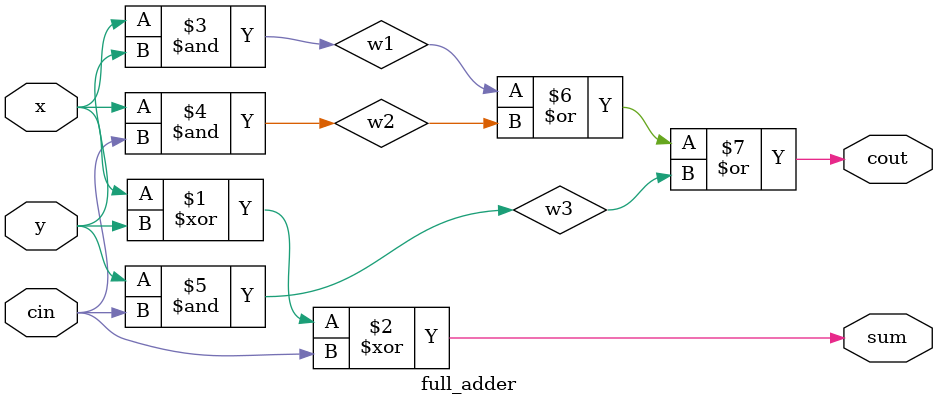
<source format=v>
`timescale 1ns / 1ps
module full_adder(sum, cout, x, y, cin);
  input x, y, cin;
  output sum, cout;
  wire w1, w2, w3;

  xor #(30) (sum, x, y, cin);
  and #(10) (w1,x,y);
  and #(10) (w2, x, cin);
  and #(10) (w3, y, cin);
  or #(10) (cout, w1, w2, w3);
endmodule

</source>
